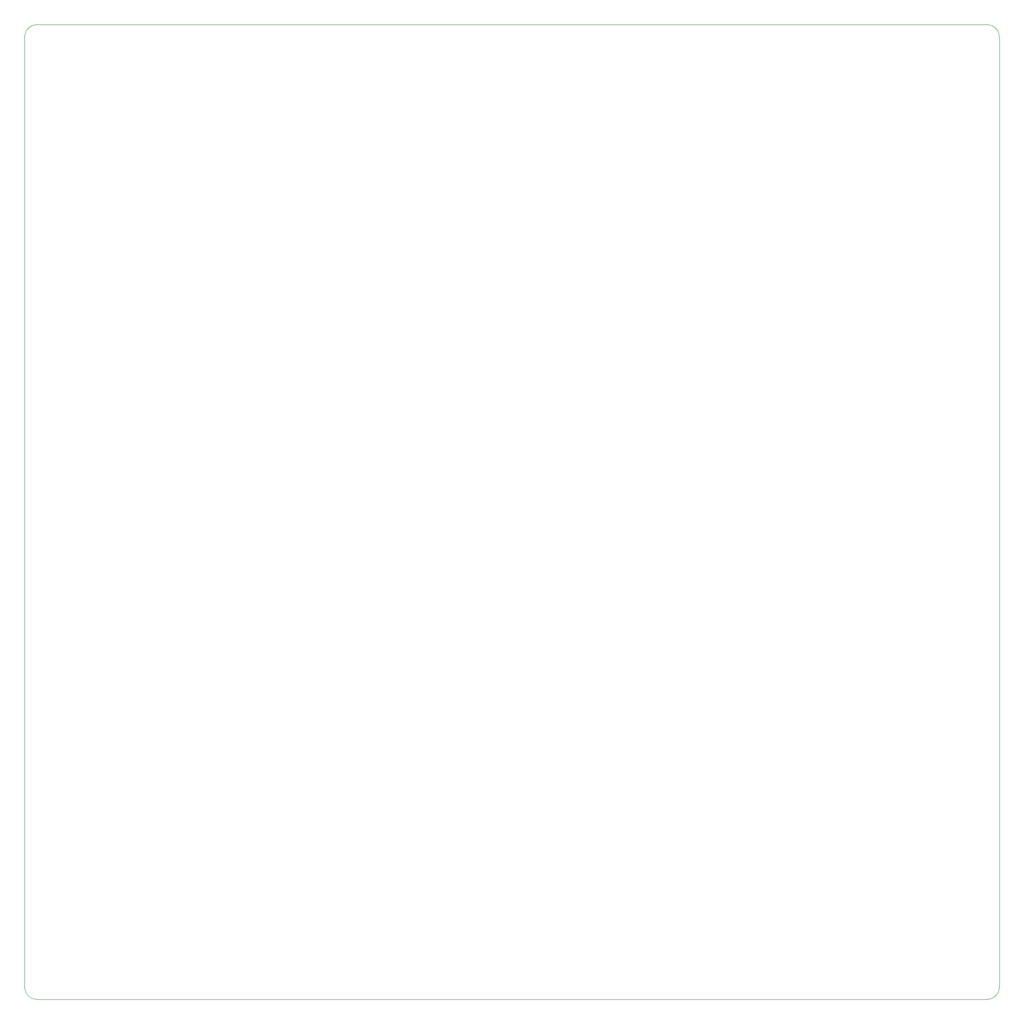
<source format=gm1>
G04 #@! TF.GenerationSoftware,KiCad,Pcbnew,(5.1.7)-1*
G04 #@! TF.CreationDate,2020-12-04T08:14:49+03:00*
G04 #@! TF.ProjectId,SmartyKitPCB,536d6172-7479-44b6-9974-5043422e6b69,rev?*
G04 #@! TF.SameCoordinates,Original*
G04 #@! TF.FileFunction,Profile,NP*
%FSLAX46Y46*%
G04 Gerber Fmt 4.6, Leading zero omitted, Abs format (unit mm)*
G04 Created by KiCad (PCBNEW (5.1.7)-1) date 2020-12-04 08:14:49*
%MOMM*%
%LPD*%
G01*
G04 APERTURE LIST*
G04 #@! TA.AperFunction,Profile*
%ADD10C,0.050000*%
G04 #@! TD*
G04 APERTURE END LIST*
D10*
X302500000Y-195000000D02*
G75*
G02*
X300000000Y-192500000I0J2500000D01*
G01*
X300000000Y-2500000D02*
G75*
G02*
X302500000Y0I2500000J0D01*
G01*
X492500000Y0D02*
G75*
G02*
X495000000Y-2500000I0J-2500000D01*
G01*
X495000000Y-192500000D02*
G75*
G02*
X492500000Y-195000000I-2500000J0D01*
G01*
X300000000Y-192500000D02*
X300000000Y-2500000D01*
X492500000Y-195000000D02*
X302500000Y-195000000D01*
X495000000Y-2500000D02*
X495000000Y-192500000D01*
X302500000Y0D02*
X492500000Y0D01*
M02*

</source>
